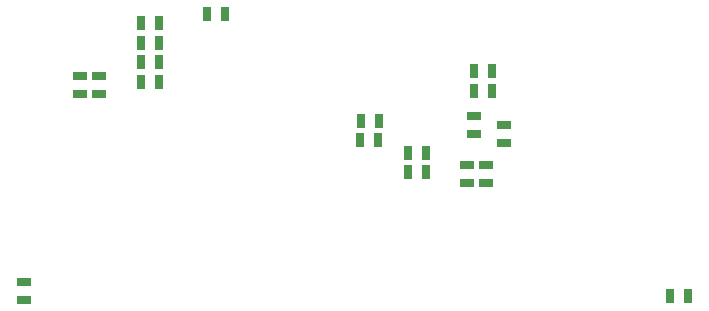
<source format=gbr>
%TF.GenerationSoftware,KiCad,Pcbnew,5.1.9+dfsg1-1*%
%TF.CreationDate,2021-08-04T00:34:55+03:00*%
%TF.ProjectId,extra_av_out,65787472-615f-4617-965f-6f75742e6b69,rev?*%
%TF.SameCoordinates,Original*%
%TF.FileFunction,Paste,Bot*%
%TF.FilePolarity,Positive*%
%FSLAX46Y46*%
G04 Gerber Fmt 4.6, Leading zero omitted, Abs format (unit mm)*
G04 Created by KiCad (PCBNEW 5.1.9+dfsg1-1) date 2021-08-04 00:34:55*
%MOMM*%
%LPD*%
G01*
G04 APERTURE LIST*
%ADD10R,1.143000X0.635000*%
%ADD11R,0.635000X1.143000*%
G04 APERTURE END LIST*
D10*
%TO.C,C22*%
X58040000Y-77062000D03*
X58040000Y-75538000D03*
%TD*%
D11*
%TO.C,C21*%
X114302000Y-76700000D03*
X112778000Y-76700000D03*
%TD*%
%TO.C,C19*%
X69472000Y-58580000D03*
X67948000Y-58580000D03*
%TD*%
%TO.C,C18*%
X69482000Y-56940000D03*
X67958000Y-56940000D03*
%TD*%
%TO.C,C17*%
X69492000Y-53660000D03*
X67968000Y-53660000D03*
%TD*%
%TO.C,C16*%
X75112000Y-52890000D03*
X73588000Y-52890000D03*
%TD*%
%TO.C,C15*%
X69482000Y-55300000D03*
X67958000Y-55300000D03*
%TD*%
%TO.C,C14*%
X88092000Y-61940000D03*
X86568000Y-61940000D03*
%TD*%
%TO.C,C12*%
X96168000Y-57690000D03*
X97692000Y-57690000D03*
%TD*%
%TO.C,C10*%
X88082000Y-63560000D03*
X86558000Y-63560000D03*
%TD*%
D10*
%TO.C,C9*%
X98670000Y-63802000D03*
X98670000Y-62278000D03*
%TD*%
D11*
%TO.C,C8*%
X96168000Y-59340000D03*
X97692000Y-59340000D03*
%TD*%
D10*
%TO.C,C7*%
X96180000Y-61458000D03*
X96180000Y-62982000D03*
%TD*%
D11*
%TO.C,C6*%
X90568000Y-66240000D03*
X92092000Y-66240000D03*
%TD*%
%TO.C,C5*%
X90578000Y-64620000D03*
X92102000Y-64620000D03*
%TD*%
D10*
%TO.C,C4*%
X95600000Y-65648000D03*
X95600000Y-67172000D03*
%TD*%
%TO.C,C3*%
X97220000Y-65638000D03*
X97220000Y-67162000D03*
%TD*%
%TO.C,C2*%
X64420000Y-59642000D03*
X64420000Y-58118000D03*
%TD*%
%TO.C,C1*%
X62780000Y-59642000D03*
X62780000Y-58118000D03*
%TD*%
M02*

</source>
